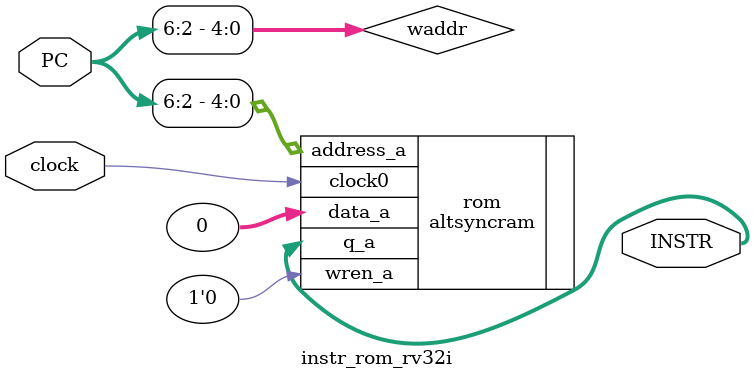
<source format=v>
`timescale 1ns/1ps 
module instr_rom_rv32i ( 
    input  wire        clock, 
    input  wire [31:0] PC,      // byte address 
    output wire [31:0] INSTR 
); 
  // Word index untuk 32 word 
    wire [4:0] waddr = PC[6:2]; 

    altsyncram #( 
    .operation_mode("ROM"), 
    .width_a(32), 
    .widthad_a(5),                  // 32 word 
    .init_file("imemory.mif"), 
    .outdata_reg_a("UNREGISTERED") 
    ) rom ( 
    .clock0   (clock), 
    .address_a(waddr), 
    .q_a      (INSTR), 
    .wren_a   (1'b0), 
    .data_a   (32'b0) 
    ); 
endmodule 
</source>
